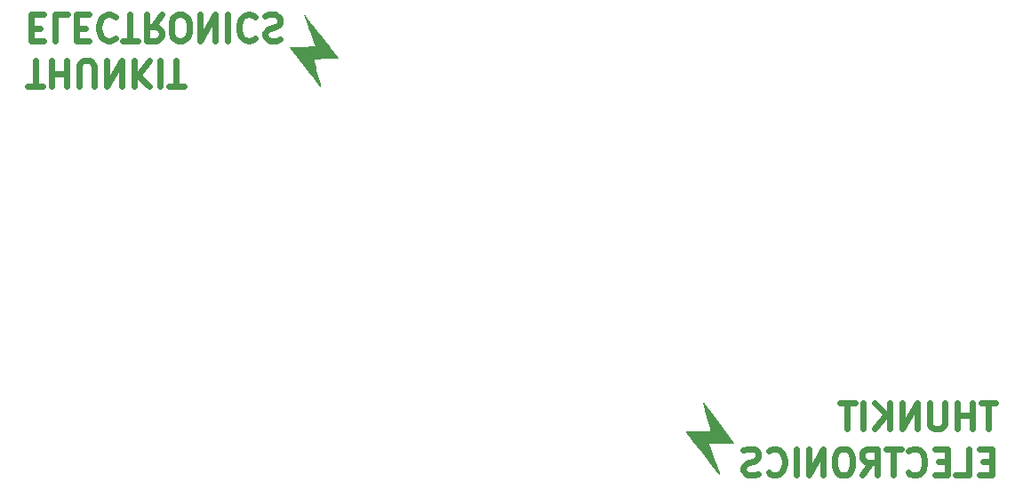
<source format=gbo>
G04 #@! TF.FileFunction,Legend,Bot*
%FSLAX46Y46*%
G04 Gerber Fmt 4.6, Leading zero omitted, Abs format (unit mm)*
G04 Created by KiCad (PCBNEW 4.0.5+dfsg1-4) date Tue Oct 16 22:11:46 2018*
%MOMM*%
%LPD*%
G01*
G04 APERTURE LIST*
%ADD10C,0.100000*%
%ADD11C,0.625000*%
%ADD12C,0.010000*%
G04 APERTURE END LIST*
D10*
D11*
X79867095Y-83376048D02*
X81295667Y-83376048D01*
X80581381Y-80876048D02*
X80581381Y-83376048D01*
X82129000Y-80876048D02*
X82129000Y-83376048D01*
X82129000Y-82185571D02*
X83557572Y-82185571D01*
X83557572Y-80876048D02*
X83557572Y-83376048D01*
X84748048Y-83376048D02*
X84748048Y-81352238D01*
X84867096Y-81114143D01*
X84986143Y-80995095D01*
X85224239Y-80876048D01*
X85700429Y-80876048D01*
X85938524Y-80995095D01*
X86057572Y-81114143D01*
X86176620Y-81352238D01*
X86176620Y-83376048D01*
X87367096Y-80876048D02*
X87367096Y-83376048D01*
X88795668Y-80876048D01*
X88795668Y-83376048D01*
X89986144Y-80876048D02*
X89986144Y-83376048D01*
X91414716Y-80876048D02*
X90343287Y-82304619D01*
X91414716Y-83376048D02*
X89986144Y-81947476D01*
X92486144Y-80876048D02*
X92486144Y-83376048D01*
X93319477Y-83376048D02*
X94748049Y-83376048D01*
X94033763Y-80876048D02*
X94033763Y-83376048D01*
X80224238Y-77810571D02*
X81057571Y-77810571D01*
X81414714Y-76501048D02*
X80224238Y-76501048D01*
X80224238Y-79001048D01*
X81414714Y-79001048D01*
X83676619Y-76501048D02*
X82486143Y-76501048D01*
X82486143Y-79001048D01*
X84509953Y-77810571D02*
X85343286Y-77810571D01*
X85700429Y-76501048D02*
X84509953Y-76501048D01*
X84509953Y-79001048D01*
X85700429Y-79001048D01*
X88200430Y-76739143D02*
X88081382Y-76620095D01*
X87724239Y-76501048D01*
X87486144Y-76501048D01*
X87129001Y-76620095D01*
X86890906Y-76858190D01*
X86771858Y-77096286D01*
X86652810Y-77572476D01*
X86652810Y-77929619D01*
X86771858Y-78405810D01*
X86890906Y-78643905D01*
X87129001Y-78882000D01*
X87486144Y-79001048D01*
X87724239Y-79001048D01*
X88081382Y-78882000D01*
X88200430Y-78762952D01*
X88914715Y-79001048D02*
X90343287Y-79001048D01*
X89629001Y-76501048D02*
X89629001Y-79001048D01*
X92605192Y-76501048D02*
X91771858Y-77691524D01*
X91176620Y-76501048D02*
X91176620Y-79001048D01*
X92129001Y-79001048D01*
X92367096Y-78882000D01*
X92486144Y-78762952D01*
X92605192Y-78524857D01*
X92605192Y-78167714D01*
X92486144Y-77929619D01*
X92367096Y-77810571D01*
X92129001Y-77691524D01*
X91176620Y-77691524D01*
X94152811Y-79001048D02*
X94629001Y-79001048D01*
X94867096Y-78882000D01*
X95105192Y-78643905D01*
X95224239Y-78167714D01*
X95224239Y-77334381D01*
X95105192Y-76858190D01*
X94867096Y-76620095D01*
X94629001Y-76501048D01*
X94152811Y-76501048D01*
X93914715Y-76620095D01*
X93676620Y-76858190D01*
X93557572Y-77334381D01*
X93557572Y-78167714D01*
X93676620Y-78643905D01*
X93914715Y-78882000D01*
X94152811Y-79001048D01*
X96295668Y-76501048D02*
X96295668Y-79001048D01*
X97724240Y-76501048D01*
X97724240Y-79001048D01*
X98914716Y-76501048D02*
X98914716Y-79001048D01*
X101533764Y-76739143D02*
X101414716Y-76620095D01*
X101057573Y-76501048D01*
X100819478Y-76501048D01*
X100462335Y-76620095D01*
X100224240Y-76858190D01*
X100105192Y-77096286D01*
X99986144Y-77572476D01*
X99986144Y-77929619D01*
X100105192Y-78405810D01*
X100224240Y-78643905D01*
X100462335Y-78882000D01*
X100819478Y-79001048D01*
X101057573Y-79001048D01*
X101414716Y-78882000D01*
X101533764Y-78762952D01*
X102486144Y-76620095D02*
X102843287Y-76501048D01*
X103438525Y-76501048D01*
X103676621Y-76620095D01*
X103795668Y-76739143D01*
X103914716Y-76977238D01*
X103914716Y-77215333D01*
X103795668Y-77453429D01*
X103676621Y-77572476D01*
X103438525Y-77691524D01*
X102962335Y-77810571D01*
X102724240Y-77929619D01*
X102605192Y-78048667D01*
X102486144Y-78286762D01*
X102486144Y-78524857D01*
X102605192Y-78762952D01*
X102724240Y-78882000D01*
X102962335Y-79001048D01*
X103557573Y-79001048D01*
X103914716Y-78882000D01*
X172100905Y-113473952D02*
X170672333Y-113473952D01*
X171386619Y-115973952D02*
X171386619Y-113473952D01*
X169839000Y-115973952D02*
X169839000Y-113473952D01*
X169839000Y-114664429D02*
X168410428Y-114664429D01*
X168410428Y-115973952D02*
X168410428Y-113473952D01*
X167219952Y-113473952D02*
X167219952Y-115497762D01*
X167100904Y-115735857D01*
X166981857Y-115854905D01*
X166743761Y-115973952D01*
X166267571Y-115973952D01*
X166029476Y-115854905D01*
X165910428Y-115735857D01*
X165791380Y-115497762D01*
X165791380Y-113473952D01*
X164600904Y-115973952D02*
X164600904Y-113473952D01*
X163172332Y-115973952D01*
X163172332Y-113473952D01*
X161981856Y-115973952D02*
X161981856Y-113473952D01*
X160553284Y-115973952D02*
X161624713Y-114545381D01*
X160553284Y-113473952D02*
X161981856Y-114902524D01*
X159481856Y-115973952D02*
X159481856Y-113473952D01*
X158648523Y-113473952D02*
X157219951Y-113473952D01*
X157934237Y-115973952D02*
X157934237Y-113473952D01*
X171743762Y-119039429D02*
X170910429Y-119039429D01*
X170553286Y-120348952D02*
X171743762Y-120348952D01*
X171743762Y-117848952D01*
X170553286Y-117848952D01*
X168291381Y-120348952D02*
X169481857Y-120348952D01*
X169481857Y-117848952D01*
X167458047Y-119039429D02*
X166624714Y-119039429D01*
X166267571Y-120348952D02*
X167458047Y-120348952D01*
X167458047Y-117848952D01*
X166267571Y-117848952D01*
X163767570Y-120110857D02*
X163886618Y-120229905D01*
X164243761Y-120348952D01*
X164481856Y-120348952D01*
X164838999Y-120229905D01*
X165077094Y-119991810D01*
X165196142Y-119753714D01*
X165315190Y-119277524D01*
X165315190Y-118920381D01*
X165196142Y-118444190D01*
X165077094Y-118206095D01*
X164838999Y-117968000D01*
X164481856Y-117848952D01*
X164243761Y-117848952D01*
X163886618Y-117968000D01*
X163767570Y-118087048D01*
X163053285Y-117848952D02*
X161624713Y-117848952D01*
X162338999Y-120348952D02*
X162338999Y-117848952D01*
X159362808Y-120348952D02*
X160196142Y-119158476D01*
X160791380Y-120348952D02*
X160791380Y-117848952D01*
X159838999Y-117848952D01*
X159600904Y-117968000D01*
X159481856Y-118087048D01*
X159362808Y-118325143D01*
X159362808Y-118682286D01*
X159481856Y-118920381D01*
X159600904Y-119039429D01*
X159838999Y-119158476D01*
X160791380Y-119158476D01*
X157815189Y-117848952D02*
X157338999Y-117848952D01*
X157100904Y-117968000D01*
X156862808Y-118206095D01*
X156743761Y-118682286D01*
X156743761Y-119515619D01*
X156862808Y-119991810D01*
X157100904Y-120229905D01*
X157338999Y-120348952D01*
X157815189Y-120348952D01*
X158053285Y-120229905D01*
X158291380Y-119991810D01*
X158410428Y-119515619D01*
X158410428Y-118682286D01*
X158291380Y-118206095D01*
X158053285Y-117968000D01*
X157815189Y-117848952D01*
X155672332Y-120348952D02*
X155672332Y-117848952D01*
X154243760Y-120348952D01*
X154243760Y-117848952D01*
X153053284Y-120348952D02*
X153053284Y-117848952D01*
X150434236Y-120110857D02*
X150553284Y-120229905D01*
X150910427Y-120348952D01*
X151148522Y-120348952D01*
X151505665Y-120229905D01*
X151743760Y-119991810D01*
X151862808Y-119753714D01*
X151981856Y-119277524D01*
X151981856Y-118920381D01*
X151862808Y-118444190D01*
X151743760Y-118206095D01*
X151505665Y-117968000D01*
X151148522Y-117848952D01*
X150910427Y-117848952D01*
X150553284Y-117968000D01*
X150434236Y-118087048D01*
X149481856Y-120229905D02*
X149124713Y-120348952D01*
X148529475Y-120348952D01*
X148291379Y-120229905D01*
X148172332Y-120110857D01*
X148053284Y-119872762D01*
X148053284Y-119634667D01*
X148172332Y-119396571D01*
X148291379Y-119277524D01*
X148529475Y-119158476D01*
X149005665Y-119039429D01*
X149243760Y-118920381D01*
X149362808Y-118801333D01*
X149481856Y-118563238D01*
X149481856Y-118325143D01*
X149362808Y-118087048D01*
X149243760Y-117968000D01*
X149005665Y-117848952D01*
X148410427Y-117848952D01*
X148053284Y-117968000D01*
D12*
G36*
X106211616Y-76595200D02*
X106236958Y-76665667D01*
X106278032Y-76774459D01*
X106340222Y-76941300D01*
X106419570Y-77155403D01*
X106512119Y-77405978D01*
X106613911Y-77682240D01*
X106720987Y-77973399D01*
X106829389Y-78268667D01*
X106935159Y-78557258D01*
X107034339Y-78828382D01*
X107122971Y-79071253D01*
X107197097Y-79275082D01*
X107252759Y-79429081D01*
X107285999Y-79522463D01*
X107293833Y-79546209D01*
X107253262Y-79551187D01*
X107138592Y-79556413D01*
X106960391Y-79561633D01*
X106729224Y-79566595D01*
X106455659Y-79571044D01*
X106150263Y-79574726D01*
X106076022Y-79575444D01*
X104858210Y-79586667D01*
X106261738Y-81442433D01*
X106525927Y-81791403D01*
X106775759Y-82120747D01*
X107006404Y-82424140D01*
X107213032Y-82695260D01*
X107390811Y-82927784D01*
X107534910Y-83115389D01*
X107640500Y-83251753D01*
X107702750Y-83330551D01*
X107717141Y-83347433D01*
X107752324Y-83369497D01*
X107747348Y-83322210D01*
X107744464Y-83312000D01*
X107718218Y-83218623D01*
X107675614Y-83063665D01*
X107619841Y-82859001D01*
X107554091Y-82616503D01*
X107481554Y-82348045D01*
X107405423Y-82065501D01*
X107328887Y-81780744D01*
X107255139Y-81505648D01*
X107187368Y-81252086D01*
X107128766Y-81031932D01*
X107082525Y-80857059D01*
X107051834Y-80739341D01*
X107039886Y-80690651D01*
X107039833Y-80690141D01*
X107080381Y-80683933D01*
X107194884Y-80678323D01*
X107372632Y-80673526D01*
X107602913Y-80669760D01*
X107875018Y-80667241D01*
X108178235Y-80666185D01*
X108225167Y-80666167D01*
X108532084Y-80665443D01*
X108809476Y-80663401D01*
X109046632Y-80660230D01*
X109232841Y-80656123D01*
X109357393Y-80651269D01*
X109409576Y-80645860D01*
X109410500Y-80645023D01*
X109385242Y-80609319D01*
X109313132Y-80514099D01*
X109199668Y-80366393D01*
X109050347Y-80173227D01*
X108870666Y-79941631D01*
X108666122Y-79678633D01*
X108442213Y-79391261D01*
X108204436Y-79086543D01*
X107958288Y-78771508D01*
X107709266Y-78453183D01*
X107462867Y-78138597D01*
X107224590Y-77834779D01*
X106999930Y-77548756D01*
X106794386Y-77287558D01*
X106613454Y-77058211D01*
X106462632Y-76867744D01*
X106347417Y-76723187D01*
X106273305Y-76631566D01*
X106248336Y-76602167D01*
X106211574Y-76569192D01*
X106211616Y-76595200D01*
X106211616Y-76595200D01*
G37*
X106211616Y-76595200D02*
X106236958Y-76665667D01*
X106278032Y-76774459D01*
X106340222Y-76941300D01*
X106419570Y-77155403D01*
X106512119Y-77405978D01*
X106613911Y-77682240D01*
X106720987Y-77973399D01*
X106829389Y-78268667D01*
X106935159Y-78557258D01*
X107034339Y-78828382D01*
X107122971Y-79071253D01*
X107197097Y-79275082D01*
X107252759Y-79429081D01*
X107285999Y-79522463D01*
X107293833Y-79546209D01*
X107253262Y-79551187D01*
X107138592Y-79556413D01*
X106960391Y-79561633D01*
X106729224Y-79566595D01*
X106455659Y-79571044D01*
X106150263Y-79574726D01*
X106076022Y-79575444D01*
X104858210Y-79586667D01*
X106261738Y-81442433D01*
X106525927Y-81791403D01*
X106775759Y-82120747D01*
X107006404Y-82424140D01*
X107213032Y-82695260D01*
X107390811Y-82927784D01*
X107534910Y-83115389D01*
X107640500Y-83251753D01*
X107702750Y-83330551D01*
X107717141Y-83347433D01*
X107752324Y-83369497D01*
X107747348Y-83322210D01*
X107744464Y-83312000D01*
X107718218Y-83218623D01*
X107675614Y-83063665D01*
X107619841Y-82859001D01*
X107554091Y-82616503D01*
X107481554Y-82348045D01*
X107405423Y-82065501D01*
X107328887Y-81780744D01*
X107255139Y-81505648D01*
X107187368Y-81252086D01*
X107128766Y-81031932D01*
X107082525Y-80857059D01*
X107051834Y-80739341D01*
X107039886Y-80690651D01*
X107039833Y-80690141D01*
X107080381Y-80683933D01*
X107194884Y-80678323D01*
X107372632Y-80673526D01*
X107602913Y-80669760D01*
X107875018Y-80667241D01*
X108178235Y-80666185D01*
X108225167Y-80666167D01*
X108532084Y-80665443D01*
X108809476Y-80663401D01*
X109046632Y-80660230D01*
X109232841Y-80656123D01*
X109357393Y-80651269D01*
X109409576Y-80645860D01*
X109410500Y-80645023D01*
X109385242Y-80609319D01*
X109313132Y-80514099D01*
X109199668Y-80366393D01*
X109050347Y-80173227D01*
X108870666Y-79941631D01*
X108666122Y-79678633D01*
X108442213Y-79391261D01*
X108204436Y-79086543D01*
X107958288Y-78771508D01*
X107709266Y-78453183D01*
X107462867Y-78138597D01*
X107224590Y-77834779D01*
X106999930Y-77548756D01*
X106794386Y-77287558D01*
X106613454Y-77058211D01*
X106462632Y-76867744D01*
X106347417Y-76723187D01*
X106273305Y-76631566D01*
X106248336Y-76602167D01*
X106211574Y-76569192D01*
X106211616Y-76595200D01*
G36*
X145756384Y-120254800D02*
X145731042Y-120184333D01*
X145689968Y-120075541D01*
X145627778Y-119908700D01*
X145548430Y-119694597D01*
X145455881Y-119444022D01*
X145354089Y-119167760D01*
X145247013Y-118876601D01*
X145138611Y-118581333D01*
X145032841Y-118292742D01*
X144933661Y-118021618D01*
X144845029Y-117778747D01*
X144770903Y-117574918D01*
X144715241Y-117420919D01*
X144682001Y-117327537D01*
X144674167Y-117303791D01*
X144714738Y-117298813D01*
X144829408Y-117293587D01*
X145007609Y-117288367D01*
X145238776Y-117283405D01*
X145512341Y-117278956D01*
X145817737Y-117275274D01*
X145891978Y-117274556D01*
X147109790Y-117263333D01*
X145706262Y-115407567D01*
X145442073Y-115058597D01*
X145192241Y-114729253D01*
X144961596Y-114425860D01*
X144754968Y-114154740D01*
X144577189Y-113922216D01*
X144433090Y-113734611D01*
X144327500Y-113598247D01*
X144265250Y-113519449D01*
X144250859Y-113502567D01*
X144215676Y-113480503D01*
X144220652Y-113527790D01*
X144223536Y-113538000D01*
X144249782Y-113631377D01*
X144292386Y-113786335D01*
X144348159Y-113990999D01*
X144413909Y-114233497D01*
X144486446Y-114501955D01*
X144562577Y-114784499D01*
X144639113Y-115069256D01*
X144712861Y-115344352D01*
X144780632Y-115597914D01*
X144839234Y-115818068D01*
X144885475Y-115992941D01*
X144916166Y-116110659D01*
X144928114Y-116159349D01*
X144928167Y-116159859D01*
X144887619Y-116166067D01*
X144773116Y-116171677D01*
X144595368Y-116176474D01*
X144365087Y-116180240D01*
X144092982Y-116182759D01*
X143789765Y-116183815D01*
X143742833Y-116183833D01*
X143435916Y-116184557D01*
X143158524Y-116186599D01*
X142921368Y-116189770D01*
X142735159Y-116193877D01*
X142610607Y-116198731D01*
X142558424Y-116204140D01*
X142557500Y-116204977D01*
X142582758Y-116240681D01*
X142654868Y-116335901D01*
X142768332Y-116483607D01*
X142917653Y-116676773D01*
X143097334Y-116908369D01*
X143301878Y-117171367D01*
X143525787Y-117458739D01*
X143763564Y-117763457D01*
X144009712Y-118078492D01*
X144258734Y-118396817D01*
X144505133Y-118711403D01*
X144743410Y-119015221D01*
X144968070Y-119301244D01*
X145173614Y-119562442D01*
X145354546Y-119791789D01*
X145505368Y-119982256D01*
X145620583Y-120126813D01*
X145694695Y-120218434D01*
X145719664Y-120247833D01*
X145756426Y-120280808D01*
X145756384Y-120254800D01*
X145756384Y-120254800D01*
G37*
X145756384Y-120254800D02*
X145731042Y-120184333D01*
X145689968Y-120075541D01*
X145627778Y-119908700D01*
X145548430Y-119694597D01*
X145455881Y-119444022D01*
X145354089Y-119167760D01*
X145247013Y-118876601D01*
X145138611Y-118581333D01*
X145032841Y-118292742D01*
X144933661Y-118021618D01*
X144845029Y-117778747D01*
X144770903Y-117574918D01*
X144715241Y-117420919D01*
X144682001Y-117327537D01*
X144674167Y-117303791D01*
X144714738Y-117298813D01*
X144829408Y-117293587D01*
X145007609Y-117288367D01*
X145238776Y-117283405D01*
X145512341Y-117278956D01*
X145817737Y-117275274D01*
X145891978Y-117274556D01*
X147109790Y-117263333D01*
X145706262Y-115407567D01*
X145442073Y-115058597D01*
X145192241Y-114729253D01*
X144961596Y-114425860D01*
X144754968Y-114154740D01*
X144577189Y-113922216D01*
X144433090Y-113734611D01*
X144327500Y-113598247D01*
X144265250Y-113519449D01*
X144250859Y-113502567D01*
X144215676Y-113480503D01*
X144220652Y-113527790D01*
X144223536Y-113538000D01*
X144249782Y-113631377D01*
X144292386Y-113786335D01*
X144348159Y-113990999D01*
X144413909Y-114233497D01*
X144486446Y-114501955D01*
X144562577Y-114784499D01*
X144639113Y-115069256D01*
X144712861Y-115344352D01*
X144780632Y-115597914D01*
X144839234Y-115818068D01*
X144885475Y-115992941D01*
X144916166Y-116110659D01*
X144928114Y-116159349D01*
X144928167Y-116159859D01*
X144887619Y-116166067D01*
X144773116Y-116171677D01*
X144595368Y-116176474D01*
X144365087Y-116180240D01*
X144092982Y-116182759D01*
X143789765Y-116183815D01*
X143742833Y-116183833D01*
X143435916Y-116184557D01*
X143158524Y-116186599D01*
X142921368Y-116189770D01*
X142735159Y-116193877D01*
X142610607Y-116198731D01*
X142558424Y-116204140D01*
X142557500Y-116204977D01*
X142582758Y-116240681D01*
X142654868Y-116335901D01*
X142768332Y-116483607D01*
X142917653Y-116676773D01*
X143097334Y-116908369D01*
X143301878Y-117171367D01*
X143525787Y-117458739D01*
X143763564Y-117763457D01*
X144009712Y-118078492D01*
X144258734Y-118396817D01*
X144505133Y-118711403D01*
X144743410Y-119015221D01*
X144968070Y-119301244D01*
X145173614Y-119562442D01*
X145354546Y-119791789D01*
X145505368Y-119982256D01*
X145620583Y-120126813D01*
X145694695Y-120218434D01*
X145719664Y-120247833D01*
X145756426Y-120280808D01*
X145756384Y-120254800D01*
M02*

</source>
